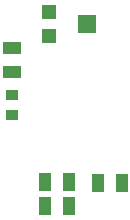
<source format=gtp>
G04 Layer: TopPasteMaskLayer*
G04 EasyEDA v6.4.19.4, 2021-04-26T14:19:55+08:00*
G04 bb5b95a08457485f97d9af8ca6741c64,50e18b4aeadc48e1a6b1b5d6e25f7a68,10*
G04 Gerber Generator version 0.2*
G04 Scale: 100 percent, Rotated: No, Reflected: No *
G04 Dimensions in millimeters *
G04 leading zeros omitted , absolute positions ,4 integer and 5 decimal *
%FSLAX45Y45*%
%MOMM*%

%ADD12R,1.0000X1.5500*%
%ADD13R,1.5500X1.0000*%
%ADD14R,1.5000X1.6000*%
%ADD15R,1.2000X1.2000*%
%ADD16R,1.0000X0.8999*%

%LPD*%
D12*
G01*
X950899Y-1600200D03*
G01*
X750900Y-1600200D03*
G01*
X750900Y-1803400D03*
G01*
X950899Y-1803400D03*
G01*
X1195400Y-1612900D03*
G01*
X1395399Y-1612900D03*
D13*
G01*
X469900Y-471500D03*
G01*
X469900Y-671499D03*
D14*
G01*
X1102286Y-266710D03*
D15*
G01*
X777293Y-166710D03*
G01*
X777293Y-366709D03*
D16*
G01*
X469900Y-1037488D03*
G01*
X469900Y-867486D03*
M02*

</source>
